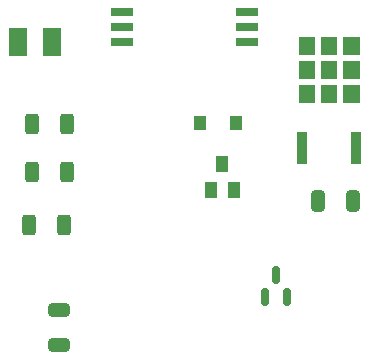
<source format=gbr>
%TF.GenerationSoftware,KiCad,Pcbnew,8.0.1*%
%TF.CreationDate,2024-11-21T22:19:22+00:00*%
%TF.ProjectId,Heating Element,48656174-696e-4672-9045-6c656d656e74,1*%
%TF.SameCoordinates,Original*%
%TF.FileFunction,Paste,Top*%
%TF.FilePolarity,Positive*%
%FSLAX46Y46*%
G04 Gerber Fmt 4.6, Leading zero omitted, Abs format (unit mm)*
G04 Created by KiCad (PCBNEW 8.0.1) date 2024-11-21 22:19:22*
%MOMM*%
%LPD*%
G01*
G04 APERTURE LIST*
G04 Aperture macros list*
%AMRoundRect*
0 Rectangle with rounded corners*
0 $1 Rounding radius*
0 $2 $3 $4 $5 $6 $7 $8 $9 X,Y pos of 4 corners*
0 Add a 4 corners polygon primitive as box body*
4,1,4,$2,$3,$4,$5,$6,$7,$8,$9,$2,$3,0*
0 Add four circle primitives for the rounded corners*
1,1,$1+$1,$2,$3*
1,1,$1+$1,$4,$5*
1,1,$1+$1,$6,$7*
1,1,$1+$1,$8,$9*
0 Add four rect primitives between the rounded corners*
20,1,$1+$1,$2,$3,$4,$5,0*
20,1,$1+$1,$4,$5,$6,$7,0*
20,1,$1+$1,$6,$7,$8,$9,0*
20,1,$1+$1,$8,$9,$2,$3,0*%
G04 Aperture macros list end*
%ADD10C,0.010000*%
%ADD11RoundRect,0.150000X0.150000X-0.587500X0.150000X0.587500X-0.150000X0.587500X-0.150000X-0.587500X0*%
%ADD12R,1.110000X1.220000*%
%ADD13R,1.600000X2.400000*%
%ADD14R,1.000000X1.400000*%
%ADD15RoundRect,0.250000X0.650000X-0.325000X0.650000X0.325000X-0.650000X0.325000X-0.650000X-0.325000X0*%
%ADD16RoundRect,0.250000X-0.312500X-0.625000X0.312500X-0.625000X0.312500X0.625000X-0.312500X0.625000X0*%
%ADD17R,1.850000X0.650000*%
%ADD18R,0.970000X2.830000*%
%ADD19RoundRect,0.250000X-0.325000X-0.650000X0.325000X-0.650000X0.325000X0.650000X-0.325000X0.650000X0*%
G04 APERTURE END LIST*
D10*
%TO.C,U2*%
X128162600Y-86715600D02*
X126852600Y-86715600D01*
X126852600Y-85255600D01*
X128162600Y-85255600D01*
X128162600Y-86715600D01*
G36*
X128162600Y-86715600D02*
G01*
X126852600Y-86715600D01*
X126852600Y-85255600D01*
X128162600Y-85255600D01*
X128162600Y-86715600D01*
G37*
X128162600Y-88745600D02*
X126852600Y-88745600D01*
X126852600Y-87285600D01*
X128162600Y-87285600D01*
X128162600Y-88745600D01*
G36*
X128162600Y-88745600D02*
G01*
X126852600Y-88745600D01*
X126852600Y-87285600D01*
X128162600Y-87285600D01*
X128162600Y-88745600D01*
G37*
X128162600Y-90775600D02*
X126852600Y-90775600D01*
X126852600Y-89315600D01*
X128162600Y-89315600D01*
X128162600Y-90775600D01*
G36*
X128162600Y-90775600D02*
G01*
X126852600Y-90775600D01*
X126852600Y-89315600D01*
X128162600Y-89315600D01*
X128162600Y-90775600D01*
G37*
X130042600Y-86715600D02*
X128732600Y-86715600D01*
X128732600Y-85255600D01*
X130042600Y-85255600D01*
X130042600Y-86715600D01*
G36*
X130042600Y-86715600D02*
G01*
X128732600Y-86715600D01*
X128732600Y-85255600D01*
X130042600Y-85255600D01*
X130042600Y-86715600D01*
G37*
X130042600Y-88745600D02*
X128732600Y-88745600D01*
X128732600Y-87285600D01*
X130042600Y-87285600D01*
X130042600Y-88745600D01*
G36*
X130042600Y-88745600D02*
G01*
X128732600Y-88745600D01*
X128732600Y-87285600D01*
X130042600Y-87285600D01*
X130042600Y-88745600D01*
G37*
X130042600Y-90775600D02*
X128732600Y-90775600D01*
X128732600Y-89315600D01*
X130042600Y-89315600D01*
X130042600Y-90775600D01*
G36*
X130042600Y-90775600D02*
G01*
X128732600Y-90775600D01*
X128732600Y-89315600D01*
X130042600Y-89315600D01*
X130042600Y-90775600D01*
G37*
X131922600Y-86715600D02*
X130612600Y-86715600D01*
X130612600Y-85255600D01*
X131922600Y-85255600D01*
X131922600Y-86715600D01*
G36*
X131922600Y-86715600D02*
G01*
X130612600Y-86715600D01*
X130612600Y-85255600D01*
X131922600Y-85255600D01*
X131922600Y-86715600D01*
G37*
X131922600Y-88745600D02*
X130612600Y-88745600D01*
X130612600Y-87285600D01*
X131922600Y-87285600D01*
X131922600Y-88745600D01*
G36*
X131922600Y-88745600D02*
G01*
X130612600Y-88745600D01*
X130612600Y-87285600D01*
X131922600Y-87285600D01*
X131922600Y-88745600D01*
G37*
X131922600Y-90775600D02*
X130612600Y-90775600D01*
X130612600Y-89315600D01*
X131922600Y-89315600D01*
X131922600Y-90775600D01*
G36*
X131922600Y-90775600D02*
G01*
X130612600Y-90775600D01*
X130612600Y-89315600D01*
X131922600Y-89315600D01*
X131922600Y-90775600D01*
G37*
%TD*%
D11*
%TO.C,D3*%
X123975000Y-107275000D03*
X125875000Y-107275000D03*
X124925000Y-105400000D03*
%TD*%
D12*
%TO.C,D4*%
X118464400Y-92506800D03*
X121564400Y-92506800D03*
%TD*%
D13*
%TO.C,D2*%
X103105000Y-85670000D03*
X105955000Y-85670000D03*
%TD*%
D14*
%TO.C,D1*%
X120396000Y-95978800D03*
X121346000Y-98178800D03*
X119446000Y-98178800D03*
%TD*%
D15*
%TO.C,C1*%
X106550000Y-111295000D03*
X106550000Y-108345000D03*
%TD*%
D16*
%TO.C,R3*%
X104010000Y-101150000D03*
X106935000Y-101150000D03*
%TD*%
D17*
%TO.C,IC1*%
X111845000Y-83130000D03*
X111845000Y-84400000D03*
X111845000Y-85670000D03*
X122495000Y-85670000D03*
X122495000Y-84400000D03*
X122495000Y-83130000D03*
%TD*%
D16*
%TO.C,R1*%
X104267500Y-92630000D03*
X107192500Y-92630000D03*
%TD*%
D18*
%TO.C,U2*%
X127097600Y-94665600D03*
X131677600Y-94665600D03*
%TD*%
D19*
%TO.C,C2*%
X128471400Y-99161600D03*
X131421400Y-99161600D03*
%TD*%
D16*
%TO.C,R2*%
X104267500Y-96660000D03*
X107192500Y-96660000D03*
%TD*%
M02*

</source>
